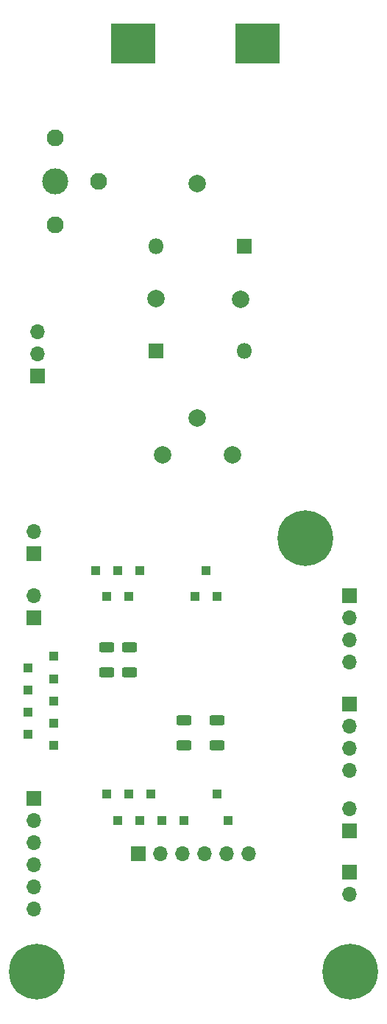
<source format=gbs>
%TF.GenerationSoftware,KiCad,Pcbnew,(6.0.1)*%
%TF.CreationDate,2022-02-08T10:08:30+01:00*%
%TF.ProjectId,CaricoFittizioStrumentato,43617269-636f-4466-9974-74697a696f53,rev?*%
%TF.SameCoordinates,Original*%
%TF.FileFunction,Soldermask,Bot*%
%TF.FilePolarity,Negative*%
%FSLAX46Y46*%
G04 Gerber Fmt 4.6, Leading zero omitted, Abs format (unit mm)*
G04 Created by KiCad (PCBNEW (6.0.1)) date 2022-02-08 10:08:30*
%MOMM*%
%LPD*%
G01*
G04 APERTURE LIST*
G04 Aperture macros list*
%AMRoundRect*
0 Rectangle with rounded corners*
0 $1 Rounding radius*
0 $2 $3 $4 $5 $6 $7 $8 $9 X,Y pos of 4 corners*
0 Add a 4 corners polygon primitive as box body*
4,1,4,$2,$3,$4,$5,$6,$7,$8,$9,$2,$3,0*
0 Add four circle primitives for the rounded corners*
1,1,$1+$1,$2,$3*
1,1,$1+$1,$4,$5*
1,1,$1+$1,$6,$7*
1,1,$1+$1,$8,$9*
0 Add four rect primitives between the rounded corners*
20,1,$1+$1,$2,$3,$4,$5,0*
20,1,$1+$1,$4,$5,$6,$7,0*
20,1,$1+$1,$6,$7,$8,$9,0*
20,1,$1+$1,$8,$9,$2,$3,0*%
%AMFreePoly0*
4,1,5,2.500000,-2.250000,-2.500000,-2.250000,-2.500000,2.250000,2.500000,2.250000,2.500000,-2.250000,2.500000,-2.250000,$1*%
G04 Aperture macros list end*
%ADD10C,0.800000*%
%ADD11C,6.400000*%
%ADD12R,1.000000X1.000000*%
%ADD13R,1.800000X1.800000*%
%ADD14O,1.800000X1.800000*%
%ADD15C,3.000000*%
%ADD16C,1.950000*%
%ADD17R,1.700000X1.700000*%
%ADD18O,1.700000X1.700000*%
%ADD19C,2.000000*%
%ADD20FreePoly0,0.000000*%
%ADD21RoundRect,0.250000X-0.625000X0.312500X-0.625000X-0.312500X0.625000X-0.312500X0.625000X0.312500X0*%
%ADD22RoundRect,0.250000X0.625000X-0.312500X0.625000X0.312500X-0.625000X0.312500X-0.625000X-0.312500X0*%
G04 APERTURE END LIST*
D10*
X111078944Y-182926056D03*
X110376000Y-181229000D03*
X111078944Y-179531944D03*
D11*
X112776000Y-181229000D03*
D10*
X114473056Y-182926056D03*
X114473056Y-179531944D03*
X112776000Y-178829000D03*
X115176000Y-181229000D03*
X112776000Y-183629000D03*
D12*
X111709200Y-146303999D03*
X114681001Y-145008598D03*
X123342401Y-160827799D03*
X119532402Y-135173800D03*
D13*
X136626601Y-97937403D03*
D14*
X126466601Y-97937403D03*
D12*
X114655600Y-155194000D03*
X111709201Y-153949398D03*
D15*
X114884200Y-90449400D03*
D16*
X114884200Y-95449400D03*
X119884200Y-90449400D03*
X114884200Y-85449400D03*
D12*
X114655602Y-152653999D03*
X111709203Y-151383999D03*
D10*
X143637000Y-129045000D03*
X141237000Y-131445000D03*
X145334056Y-129747944D03*
X145334056Y-133142056D03*
X143637000Y-133845000D03*
X141939944Y-129747944D03*
X141939944Y-133142056D03*
X146037000Y-131445000D03*
D11*
X143637000Y-131445000D03*
D12*
X132232399Y-135199203D03*
D17*
X148717000Y-138049000D03*
D18*
X148717000Y-140589000D03*
X148717000Y-143129000D03*
X148717000Y-145669000D03*
D12*
X130937002Y-138120202D03*
D19*
X131165601Y-117597001D03*
D12*
X123316998Y-138120200D03*
X122097801Y-135199200D03*
D19*
X135255001Y-121864201D03*
D12*
X124612401Y-163825003D03*
X114681001Y-147573999D03*
D10*
X148844000Y-178829000D03*
X147146944Y-179531944D03*
X146444000Y-181229000D03*
X147146944Y-182926056D03*
X150541056Y-182926056D03*
X150541056Y-179531944D03*
X148844000Y-183629000D03*
X151244000Y-181229000D03*
D11*
X148844000Y-181229000D03*
D17*
X112370000Y-133203000D03*
D18*
X112370000Y-130663000D03*
D17*
X112395000Y-140589000D03*
D18*
X112395000Y-138049000D03*
D12*
X134772400Y-163830000D03*
D17*
X148717000Y-169794000D03*
D18*
X148717000Y-172334000D03*
D19*
X127228601Y-121838801D03*
X136194799Y-103982602D03*
D17*
X148691600Y-150520400D03*
D18*
X148691600Y-153060400D03*
X148691600Y-155600400D03*
X148691600Y-158140400D03*
D12*
X133527803Y-138120201D03*
X120802402Y-138120201D03*
D19*
X126466602Y-103957202D03*
X131165601Y-90698401D03*
D12*
X120802401Y-160827802D03*
D17*
X112395000Y-161290000D03*
D18*
X112395000Y-163830000D03*
X112395000Y-166370000D03*
X112395000Y-168910000D03*
X112395000Y-171450000D03*
X112395000Y-173990000D03*
D12*
X133527802Y-160827801D03*
D20*
X123862800Y-74650600D03*
X138112800Y-74650600D03*
D12*
X125882401Y-160827800D03*
X122072400Y-163825002D03*
X127152401Y-163825001D03*
D17*
X148767800Y-165049200D03*
D18*
X148767800Y-162509200D03*
D17*
X124408800Y-167635402D03*
D18*
X126948800Y-167635402D03*
X129488800Y-167635402D03*
X132028800Y-167635402D03*
X134568800Y-167635402D03*
X137108800Y-167635402D03*
D12*
X129692399Y-163825000D03*
D17*
X112826800Y-112826800D03*
D18*
X112826800Y-110286800D03*
X112826800Y-107746800D03*
D13*
X126466602Y-109951602D03*
D14*
X136626602Y-109951602D03*
D12*
X124612400Y-135199200D03*
X114655602Y-150113999D03*
X111709202Y-148844001D03*
D21*
X123444000Y-143952500D03*
X123444000Y-146877500D03*
D22*
X129667000Y-155259500D03*
X129667000Y-152334500D03*
D21*
X120777000Y-143952500D03*
X120777000Y-146877500D03*
D22*
X133477000Y-155259500D03*
X133477000Y-152334500D03*
M02*

</source>
